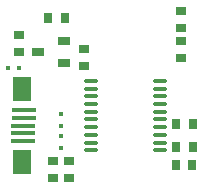
<source format=gbr>
%TF.GenerationSoftware,Altium Limited,Altium Designer,20.1.8 (145)*%
G04 Layer_Color=8421504*
%FSLAX44Y44*%
%MOMM*%
%TF.SameCoordinates,E54140C2-77ED-4701-9F9C-26571285D32F*%
%TF.FilePolarity,Positive*%
%TF.FileFunction,Paste,Top*%
%TF.Part,Single*%
G01*
G75*
%TA.AperFunction,SMDPad,CuDef*%
G04:AMPARAMS|DCode=10|XSize=0.35mm|YSize=1.15mm|CornerRadius=0.0875mm|HoleSize=0mm|Usage=FLASHONLY|Rotation=270.000|XOffset=0mm|YOffset=0mm|HoleType=Round|Shape=RoundedRectangle|*
%AMROUNDEDRECTD10*
21,1,0.3500,0.9750,0,0,270.0*
21,1,0.1750,1.1500,0,0,270.0*
1,1,0.1750,-0.4875,-0.0875*
1,1,0.1750,-0.4875,0.0875*
1,1,0.1750,0.4875,0.0875*
1,1,0.1750,0.4875,-0.0875*
%
%ADD10ROUNDEDRECTD10*%
G04:AMPARAMS|DCode=11|XSize=0.35mm|YSize=2mm|CornerRadius=0.0018mm|HoleSize=0mm|Usage=FLASHONLY|Rotation=270.000|XOffset=0mm|YOffset=0mm|HoleType=Round|Shape=RoundedRectangle|*
%AMROUNDEDRECTD11*
21,1,0.3500,1.9965,0,0,270.0*
21,1,0.3465,2.0000,0,0,270.0*
1,1,0.0035,-0.9983,-0.1733*
1,1,0.0035,-0.9983,0.1733*
1,1,0.0035,0.9983,0.1733*
1,1,0.0035,0.9983,-0.1733*
%
%ADD11ROUNDEDRECTD11*%
G04:AMPARAMS|DCode=12|XSize=2.1mm|YSize=1.6mm|CornerRadius=0.008mm|HoleSize=0mm|Usage=FLASHONLY|Rotation=270.000|XOffset=0mm|YOffset=0mm|HoleType=Round|Shape=RoundedRectangle|*
%AMROUNDEDRECTD12*
21,1,2.1000,1.5840,0,0,270.0*
21,1,2.0840,1.6000,0,0,270.0*
1,1,0.0160,-0.7920,-1.0420*
1,1,0.0160,-0.7920,1.0420*
1,1,0.0160,0.7920,1.0420*
1,1,0.0160,0.7920,-1.0420*
%
%ADD12ROUNDEDRECTD12*%
G04:AMPARAMS|DCode=13|XSize=0.85mm|YSize=0.65mm|CornerRadius=0.0033mm|HoleSize=0mm|Usage=FLASHONLY|Rotation=0.000|XOffset=0mm|YOffset=0mm|HoleType=Round|Shape=RoundedRectangle|*
%AMROUNDEDRECTD13*
21,1,0.8500,0.6435,0,0,0.0*
21,1,0.8435,0.6500,0,0,0.0*
1,1,0.0065,0.4218,-0.3218*
1,1,0.0065,-0.4218,-0.3218*
1,1,0.0065,-0.4218,0.3218*
1,1,0.0065,0.4218,0.3218*
%
%ADD13ROUNDEDRECTD13*%
G04:AMPARAMS|DCode=14|XSize=0.6mm|YSize=1mm|CornerRadius=0.003mm|HoleSize=0mm|Usage=FLASHONLY|Rotation=270.000|XOffset=0mm|YOffset=0mm|HoleType=Round|Shape=RoundedRectangle|*
%AMROUNDEDRECTD14*
21,1,0.6000,0.9940,0,0,270.0*
21,1,0.5940,1.0000,0,0,270.0*
1,1,0.0060,-0.4970,-0.2970*
1,1,0.0060,-0.4970,0.2970*
1,1,0.0060,0.4970,0.2970*
1,1,0.0060,0.4970,-0.2970*
%
%ADD14ROUNDEDRECTD14*%
G04:AMPARAMS|DCode=15|XSize=0.8mm|YSize=0.7mm|CornerRadius=0.0035mm|HoleSize=0mm|Usage=FLASHONLY|Rotation=180.000|XOffset=0mm|YOffset=0mm|HoleType=Round|Shape=RoundedRectangle|*
%AMROUNDEDRECTD15*
21,1,0.8000,0.6930,0,0,180.0*
21,1,0.7930,0.7000,0,0,180.0*
1,1,0.0070,-0.3965,0.3465*
1,1,0.0070,0.3965,0.3465*
1,1,0.0070,0.3965,-0.3465*
1,1,0.0070,-0.3965,-0.3465*
%
%ADD15ROUNDEDRECTD15*%
G04:AMPARAMS|DCode=16|XSize=0.85mm|YSize=0.65mm|CornerRadius=0.0033mm|HoleSize=0mm|Usage=FLASHONLY|Rotation=270.000|XOffset=0mm|YOffset=0mm|HoleType=Round|Shape=RoundedRectangle|*
%AMROUNDEDRECTD16*
21,1,0.8500,0.6435,0,0,270.0*
21,1,0.8435,0.6500,0,0,270.0*
1,1,0.0065,-0.3218,-0.4218*
1,1,0.0065,-0.3218,0.4218*
1,1,0.0065,0.3218,0.4218*
1,1,0.0065,0.3218,-0.4218*
%
%ADD16ROUNDEDRECTD16*%
G04:AMPARAMS|DCode=17|XSize=0.3mm|YSize=0.4mm|CornerRadius=0.0015mm|HoleSize=0mm|Usage=FLASHONLY|Rotation=90.000|XOffset=0mm|YOffset=0mm|HoleType=Round|Shape=RoundedRectangle|*
%AMROUNDEDRECTD17*
21,1,0.3000,0.3970,0,0,90.0*
21,1,0.2970,0.4000,0,0,90.0*
1,1,0.0030,0.1985,0.1485*
1,1,0.0030,0.1985,-0.1485*
1,1,0.0030,-0.1985,-0.1485*
1,1,0.0030,-0.1985,0.1485*
%
%ADD17ROUNDEDRECTD17*%
G04:AMPARAMS|DCode=18|XSize=0.8mm|YSize=0.7mm|CornerRadius=0.0035mm|HoleSize=0mm|Usage=FLASHONLY|Rotation=270.000|XOffset=0mm|YOffset=0mm|HoleType=Round|Shape=RoundedRectangle|*
%AMROUNDEDRECTD18*
21,1,0.8000,0.6930,0,0,270.0*
21,1,0.7930,0.7000,0,0,270.0*
1,1,0.0070,-0.3465,-0.3965*
1,1,0.0070,-0.3465,0.3965*
1,1,0.0070,0.3465,0.3965*
1,1,0.0070,0.3465,-0.3965*
%
%ADD18ROUNDEDRECTD18*%
G04:AMPARAMS|DCode=19|XSize=0.3mm|YSize=0.4mm|CornerRadius=0.0015mm|HoleSize=0mm|Usage=FLASHONLY|Rotation=180.000|XOffset=0mm|YOffset=0mm|HoleType=Round|Shape=RoundedRectangle|*
%AMROUNDEDRECTD19*
21,1,0.3000,0.3970,0,0,180.0*
21,1,0.2970,0.4000,0,0,180.0*
1,1,0.0030,-0.1485,0.1985*
1,1,0.0030,0.1485,0.1985*
1,1,0.0030,0.1485,-0.1985*
1,1,0.0030,-0.1485,-0.1985*
%
%ADD19ROUNDEDRECTD19*%
D10*
X10183744Y10090426D02*
D03*
Y10077426D02*
D03*
Y10070926D02*
D03*
Y10064426D02*
D03*
Y10057926D02*
D03*
Y10051426D02*
D03*
Y10044926D02*
D03*
Y10031926D02*
D03*
X10125744Y10090426D02*
D03*
Y10077426D02*
D03*
Y10070926D02*
D03*
Y10064426D02*
D03*
Y10057926D02*
D03*
Y10051426D02*
D03*
Y10044926D02*
D03*
Y10031926D02*
D03*
X10183744Y10083926D02*
D03*
Y10038426D02*
D03*
X10125744Y10083926D02*
D03*
Y10038426D02*
D03*
D11*
X10068474Y10059284D02*
D03*
Y10065784D02*
D03*
X10068223Y10052784D02*
D03*
Y10046284D02*
D03*
Y10039785D02*
D03*
D12*
X10067473Y10083784D02*
D03*
Y10021784D02*
D03*
D13*
X10064165Y10129683D02*
D03*
Y10115183D02*
D03*
X10119185Y10103404D02*
D03*
Y10117904D02*
D03*
X10093339Y10008221D02*
D03*
Y10022721D02*
D03*
X10201805Y10124601D02*
D03*
Y10110101D02*
D03*
D14*
X10102877Y10105684D02*
D03*
Y10124683D02*
D03*
X10080876Y10115183D02*
D03*
D15*
X10107106Y10008721D02*
D03*
Y10022721D02*
D03*
X10201805Y10149776D02*
D03*
Y10135776D02*
D03*
D16*
X10211812Y10053965D02*
D03*
X10197311D02*
D03*
Y10034466D02*
D03*
X10211812D02*
D03*
D17*
X10055098Y10101834D02*
D03*
X10064598D02*
D03*
D18*
X10197311Y10019346D02*
D03*
X10211312D02*
D03*
X10103207Y10144148D02*
D03*
X10089207D02*
D03*
D19*
X10099787Y10052772D02*
D03*
Y10062272D02*
D03*
Y10034066D02*
D03*
Y10043566D02*
D03*
%TF.MD5,3eecee4d4a7eff009359a4a8e16b878a*%
M02*

</source>
